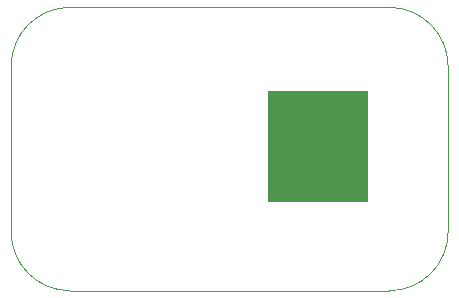
<source format=gbr>
%TF.GenerationSoftware,Altium Limited,Altium Designer,21.2.1 (34)*%
G04 Layer_Color=0*
%FSLAX26Y26*%
%MOIN*%
%TF.SameCoordinates,A0A043E5-24E2-464B-A4FE-AC519CE3A301*%
%TF.FilePolarity,Positive*%
%TF.FileFunction,Profile,NP*%
%TF.Part,Single*%
G01*
G75*
%TA.AperFunction,Profile*%
%ADD29C,0.001000*%
G36*
X856299Y667323D02*
Y297244D01*
X1190945D01*
Y667323D01*
X856299D01*
D02*
G37*
D29*
X0Y196850D02*
Y748032D01*
D02*
G02*
X196850Y944882I196850J0D01*
G01*
X1259842Y944882D01*
D02*
G02*
X1456693Y748032I-0J-196851D01*
G01*
X1456693Y196850D01*
D02*
G02*
X1259842Y0I-196851J0D01*
G01*
X196850Y-0D01*
D02*
G02*
X0Y196850I0J196850D01*
G01*
%TF.MD5,076e2bdf20352aa2723996ea0cf905e5*%
M02*

</source>
